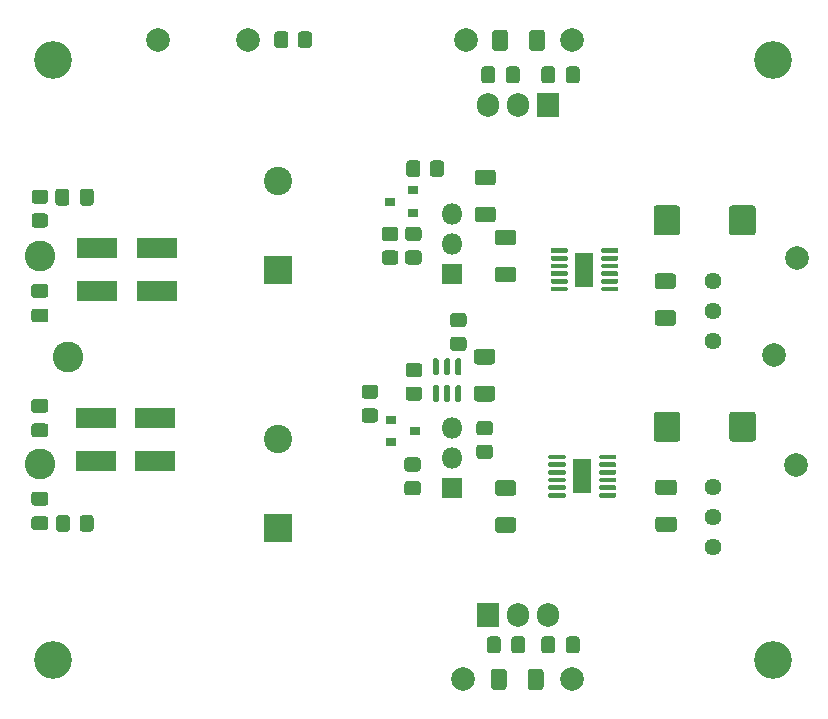
<source format=gbr>
G04 #@! TF.GenerationSoftware,KiCad,Pcbnew,(5.1.10-0-10_14)*
G04 #@! TF.CreationDate,2021-09-22T20:47:48+02:00*
G04 #@! TF.ProjectId,lv-lownoise-psu,6c762d6c-6f77-46e6-9f69-73652d707375,rev?*
G04 #@! TF.SameCoordinates,Original*
G04 #@! TF.FileFunction,Soldermask,Top*
G04 #@! TF.FilePolarity,Negative*
%FSLAX46Y46*%
G04 Gerber Fmt 4.6, Leading zero omitted, Abs format (unit mm)*
G04 Created by KiCad (PCBNEW (5.1.10-0-10_14)) date 2021-09-22 20:47:48*
%MOMM*%
%LPD*%
G01*
G04 APERTURE LIST*
%ADD10R,0.900000X0.800000*%
%ADD11O,1.800000X1.800000*%
%ADD12R,1.800000X1.800000*%
%ADD13C,2.000000*%
%ADD14O,1.905000X2.000000*%
%ADD15R,1.905000X2.000000*%
%ADD16R,3.500000X1.800000*%
%ADD17R,1.650000X2.850000*%
%ADD18C,2.400000*%
%ADD19R,2.400000X2.400000*%
%ADD20C,1.440000*%
%ADD21C,2.600000*%
%ADD22C,3.200000*%
G04 APERTURE END LIST*
D10*
X115697000Y-64452500D03*
X113697000Y-65402500D03*
X113697000Y-63502500D03*
X113570000Y-45024000D03*
X115570000Y-44074000D03*
X115570000Y-45974000D03*
G36*
G01*
X115170799Y-60677500D02*
X116070801Y-60677500D01*
G75*
G02*
X116320800Y-60927499I0J-249999D01*
G01*
X116320800Y-61627501D01*
G75*
G02*
X116070801Y-61877500I-249999J0D01*
G01*
X115170799Y-61877500D01*
G75*
G02*
X114920800Y-61627501I0J249999D01*
G01*
X114920800Y-60927499D01*
G75*
G02*
X115170799Y-60677500I249999J0D01*
G01*
G37*
G36*
G01*
X115170799Y-58677500D02*
X116070801Y-58677500D01*
G75*
G02*
X116320800Y-58927499I0J-249999D01*
G01*
X116320800Y-59627501D01*
G75*
G02*
X116070801Y-59877500I-249999J0D01*
G01*
X115170799Y-59877500D01*
G75*
G02*
X114920800Y-59627501I0J249999D01*
G01*
X114920800Y-58927499D01*
G75*
G02*
X115170799Y-58677500I249999J0D01*
G01*
G37*
G36*
G01*
X118929999Y-56454500D02*
X119830001Y-56454500D01*
G75*
G02*
X120080000Y-56704499I0J-249999D01*
G01*
X120080000Y-57404501D01*
G75*
G02*
X119830001Y-57654500I-249999J0D01*
G01*
X118929999Y-57654500D01*
G75*
G02*
X118680000Y-57404501I0J249999D01*
G01*
X118680000Y-56704499D01*
G75*
G02*
X118929999Y-56454500I249999J0D01*
G01*
G37*
G36*
G01*
X118929999Y-54454500D02*
X119830001Y-54454500D01*
G75*
G02*
X120080000Y-54704499I0J-249999D01*
G01*
X120080000Y-55404501D01*
G75*
G02*
X119830001Y-55654500I-249999J0D01*
G01*
X118929999Y-55654500D01*
G75*
G02*
X118680000Y-55404501I0J249999D01*
G01*
X118680000Y-54704499D01*
G75*
G02*
X118929999Y-54454500I249999J0D01*
G01*
G37*
G36*
G01*
X119255000Y-60565000D02*
X119505000Y-60565000D01*
G75*
G02*
X119630000Y-60690000I0J-125000D01*
G01*
X119630000Y-61865000D01*
G75*
G02*
X119505000Y-61990000I-125000J0D01*
G01*
X119255000Y-61990000D01*
G75*
G02*
X119130000Y-61865000I0J125000D01*
G01*
X119130000Y-60690000D01*
G75*
G02*
X119255000Y-60565000I125000J0D01*
G01*
G37*
G36*
G01*
X118305000Y-60565000D02*
X118555000Y-60565000D01*
G75*
G02*
X118680000Y-60690000I0J-125000D01*
G01*
X118680000Y-61865000D01*
G75*
G02*
X118555000Y-61990000I-125000J0D01*
G01*
X118305000Y-61990000D01*
G75*
G02*
X118180000Y-61865000I0J125000D01*
G01*
X118180000Y-60690000D01*
G75*
G02*
X118305000Y-60565000I125000J0D01*
G01*
G37*
G36*
G01*
X117355000Y-60565000D02*
X117605000Y-60565000D01*
G75*
G02*
X117730000Y-60690000I0J-125000D01*
G01*
X117730000Y-61865000D01*
G75*
G02*
X117605000Y-61990000I-125000J0D01*
G01*
X117355000Y-61990000D01*
G75*
G02*
X117230000Y-61865000I0J125000D01*
G01*
X117230000Y-60690000D01*
G75*
G02*
X117355000Y-60565000I125000J0D01*
G01*
G37*
G36*
G01*
X117355000Y-58290000D02*
X117605000Y-58290000D01*
G75*
G02*
X117730000Y-58415000I0J-125000D01*
G01*
X117730000Y-59590000D01*
G75*
G02*
X117605000Y-59715000I-125000J0D01*
G01*
X117355000Y-59715000D01*
G75*
G02*
X117230000Y-59590000I0J125000D01*
G01*
X117230000Y-58415000D01*
G75*
G02*
X117355000Y-58290000I125000J0D01*
G01*
G37*
G36*
G01*
X118305000Y-58290000D02*
X118555000Y-58290000D01*
G75*
G02*
X118680000Y-58415000I0J-125000D01*
G01*
X118680000Y-59590000D01*
G75*
G02*
X118555000Y-59715000I-125000J0D01*
G01*
X118305000Y-59715000D01*
G75*
G02*
X118180000Y-59590000I0J125000D01*
G01*
X118180000Y-58415000D01*
G75*
G02*
X118305000Y-58290000I125000J0D01*
G01*
G37*
G36*
G01*
X119255000Y-58290000D02*
X119505000Y-58290000D01*
G75*
G02*
X119630000Y-58415000I0J-125000D01*
G01*
X119630000Y-59590000D01*
G75*
G02*
X119505000Y-59715000I-125000J0D01*
G01*
X119255000Y-59715000D01*
G75*
G02*
X119130000Y-59590000I0J125000D01*
G01*
X119130000Y-58415000D01*
G75*
G02*
X119255000Y-58290000I125000J0D01*
G01*
G37*
G36*
G01*
X120952499Y-60615000D02*
X122252501Y-60615000D01*
G75*
G02*
X122502500Y-60864999I0J-249999D01*
G01*
X122502500Y-61690001D01*
G75*
G02*
X122252501Y-61940000I-249999J0D01*
G01*
X120952499Y-61940000D01*
G75*
G02*
X120702500Y-61690001I0J249999D01*
G01*
X120702500Y-60864999D01*
G75*
G02*
X120952499Y-60615000I249999J0D01*
G01*
G37*
G36*
G01*
X120952499Y-57490000D02*
X122252501Y-57490000D01*
G75*
G02*
X122502500Y-57739999I0J-249999D01*
G01*
X122502500Y-58565001D01*
G75*
G02*
X122252501Y-58815000I-249999J0D01*
G01*
X120952499Y-58815000D01*
G75*
G02*
X120702500Y-58565001I0J249999D01*
G01*
X120702500Y-57739999D01*
G75*
G02*
X120952499Y-57490000I249999J0D01*
G01*
G37*
G36*
G01*
X115056499Y-68678500D02*
X115956501Y-68678500D01*
G75*
G02*
X116206500Y-68928499I0J-249999D01*
G01*
X116206500Y-69628501D01*
G75*
G02*
X115956501Y-69878500I-249999J0D01*
G01*
X115056499Y-69878500D01*
G75*
G02*
X114806500Y-69628501I0J249999D01*
G01*
X114806500Y-68928499D01*
G75*
G02*
X115056499Y-68678500I249999J0D01*
G01*
G37*
G36*
G01*
X115056499Y-66678500D02*
X115956501Y-66678500D01*
G75*
G02*
X116206500Y-66928499I0J-249999D01*
G01*
X116206500Y-67628501D01*
G75*
G02*
X115956501Y-67878500I-249999J0D01*
G01*
X115056499Y-67878500D01*
G75*
G02*
X114806500Y-67628501I0J249999D01*
G01*
X114806500Y-66928499D01*
G75*
G02*
X115056499Y-66678500I249999J0D01*
G01*
G37*
G36*
G01*
X111436999Y-62519000D02*
X112337001Y-62519000D01*
G75*
G02*
X112587000Y-62768999I0J-249999D01*
G01*
X112587000Y-63469001D01*
G75*
G02*
X112337001Y-63719000I-249999J0D01*
G01*
X111436999Y-63719000D01*
G75*
G02*
X111187000Y-63469001I0J249999D01*
G01*
X111187000Y-62768999D01*
G75*
G02*
X111436999Y-62519000I249999J0D01*
G01*
G37*
G36*
G01*
X111436999Y-60519000D02*
X112337001Y-60519000D01*
G75*
G02*
X112587000Y-60768999I0J-249999D01*
G01*
X112587000Y-61469001D01*
G75*
G02*
X112337001Y-61719000I-249999J0D01*
G01*
X111436999Y-61719000D01*
G75*
G02*
X111187000Y-61469001I0J249999D01*
G01*
X111187000Y-60768999D01*
G75*
G02*
X111436999Y-60519000I249999J0D01*
G01*
G37*
G36*
G01*
X121152499Y-65598500D02*
X122052501Y-65598500D01*
G75*
G02*
X122302500Y-65848499I0J-249999D01*
G01*
X122302500Y-66548501D01*
G75*
G02*
X122052501Y-66798500I-249999J0D01*
G01*
X121152499Y-66798500D01*
G75*
G02*
X120902500Y-66548501I0J249999D01*
G01*
X120902500Y-65848499D01*
G75*
G02*
X121152499Y-65598500I249999J0D01*
G01*
G37*
G36*
G01*
X121152499Y-63598500D02*
X122052501Y-63598500D01*
G75*
G02*
X122302500Y-63848499I0J-249999D01*
G01*
X122302500Y-64548501D01*
G75*
G02*
X122052501Y-64798500I-249999J0D01*
G01*
X121152499Y-64798500D01*
G75*
G02*
X120902500Y-64548501I0J249999D01*
G01*
X120902500Y-63848499D01*
G75*
G02*
X121152499Y-63598500I249999J0D01*
G01*
G37*
G36*
G01*
X116970000Y-42677501D02*
X116970000Y-41777499D01*
G75*
G02*
X117219999Y-41527500I249999J0D01*
G01*
X117920001Y-41527500D01*
G75*
G02*
X118170000Y-41777499I0J-249999D01*
G01*
X118170000Y-42677501D01*
G75*
G02*
X117920001Y-42927500I-249999J0D01*
G01*
X117219999Y-42927500D01*
G75*
G02*
X116970000Y-42677501I0J249999D01*
G01*
G37*
G36*
G01*
X114970000Y-42677501D02*
X114970000Y-41777499D01*
G75*
G02*
X115219999Y-41527500I249999J0D01*
G01*
X115920001Y-41527500D01*
G75*
G02*
X116170000Y-41777499I0J-249999D01*
G01*
X116170000Y-42677501D01*
G75*
G02*
X115920001Y-42927500I-249999J0D01*
G01*
X115219999Y-42927500D01*
G75*
G02*
X114970000Y-42677501I0J249999D01*
G01*
G37*
G36*
G01*
X114051501Y-48352000D02*
X113151499Y-48352000D01*
G75*
G02*
X112901500Y-48102001I0J249999D01*
G01*
X112901500Y-47401999D01*
G75*
G02*
X113151499Y-47152000I249999J0D01*
G01*
X114051501Y-47152000D01*
G75*
G02*
X114301500Y-47401999I0J-249999D01*
G01*
X114301500Y-48102001D01*
G75*
G02*
X114051501Y-48352000I-249999J0D01*
G01*
G37*
G36*
G01*
X114051501Y-50352000D02*
X113151499Y-50352000D01*
G75*
G02*
X112901500Y-50102001I0J249999D01*
G01*
X112901500Y-49401999D01*
G75*
G02*
X113151499Y-49152000I249999J0D01*
G01*
X114051501Y-49152000D01*
G75*
G02*
X114301500Y-49401999I0J-249999D01*
G01*
X114301500Y-50102001D01*
G75*
G02*
X114051501Y-50352000I-249999J0D01*
G01*
G37*
G36*
G01*
X116020001Y-48352000D02*
X115119999Y-48352000D01*
G75*
G02*
X114870000Y-48102001I0J249999D01*
G01*
X114870000Y-47401999D01*
G75*
G02*
X115119999Y-47152000I249999J0D01*
G01*
X116020001Y-47152000D01*
G75*
G02*
X116270000Y-47401999I0J-249999D01*
G01*
X116270000Y-48102001D01*
G75*
G02*
X116020001Y-48352000I-249999J0D01*
G01*
G37*
G36*
G01*
X116020001Y-50352000D02*
X115119999Y-50352000D01*
G75*
G02*
X114870000Y-50102001I0J249999D01*
G01*
X114870000Y-49401999D01*
G75*
G02*
X115119999Y-49152000I249999J0D01*
G01*
X116020001Y-49152000D01*
G75*
G02*
X116270000Y-49401999I0J-249999D01*
G01*
X116270000Y-50102001D01*
G75*
G02*
X116020001Y-50352000I-249999J0D01*
G01*
G37*
D11*
X118872000Y-46101000D03*
X118872000Y-48641000D03*
D12*
X118872000Y-51181000D03*
G36*
G01*
X122316001Y-43638500D02*
X121015999Y-43638500D01*
G75*
G02*
X120766000Y-43388501I0J249999D01*
G01*
X120766000Y-42563499D01*
G75*
G02*
X121015999Y-42313500I249999J0D01*
G01*
X122316001Y-42313500D01*
G75*
G02*
X122566000Y-42563499I0J-249999D01*
G01*
X122566000Y-43388501D01*
G75*
G02*
X122316001Y-43638500I-249999J0D01*
G01*
G37*
G36*
G01*
X122316001Y-46763500D02*
X121015999Y-46763500D01*
G75*
G02*
X120766000Y-46513501I0J249999D01*
G01*
X120766000Y-45688499D01*
G75*
G02*
X121015999Y-45438500I249999J0D01*
G01*
X122316001Y-45438500D01*
G75*
G02*
X122566000Y-45688499I0J-249999D01*
G01*
X122566000Y-46513501D01*
G75*
G02*
X122316001Y-46763500I-249999J0D01*
G01*
G37*
D13*
X119761000Y-85471000D03*
X129032000Y-85471000D03*
X128968500Y-31369000D03*
X120015000Y-31369000D03*
X93916500Y-31305500D03*
X101536500Y-31305500D03*
X147955000Y-67310000D03*
X146113500Y-58039000D03*
X148018500Y-49784000D03*
G36*
G01*
X123471500Y-84820998D02*
X123471500Y-86121002D01*
G75*
G02*
X123221502Y-86371000I-249998J0D01*
G01*
X122396498Y-86371000D01*
G75*
G02*
X122146500Y-86121002I0J249998D01*
G01*
X122146500Y-84820998D01*
G75*
G02*
X122396498Y-84571000I249998J0D01*
G01*
X123221502Y-84571000D01*
G75*
G02*
X123471500Y-84820998I0J-249998D01*
G01*
G37*
G36*
G01*
X126596500Y-84820998D02*
X126596500Y-86121002D01*
G75*
G02*
X126346502Y-86371000I-249998J0D01*
G01*
X125521498Y-86371000D01*
G75*
G02*
X125271500Y-86121002I0J249998D01*
G01*
X125271500Y-84820998D01*
G75*
G02*
X125521498Y-84571000I249998J0D01*
G01*
X126346502Y-84571000D01*
G75*
G02*
X126596500Y-84820998I0J-249998D01*
G01*
G37*
G36*
G01*
X125385000Y-32019002D02*
X125385000Y-30718998D01*
G75*
G02*
X125634998Y-30469000I249998J0D01*
G01*
X126460002Y-30469000D01*
G75*
G02*
X126710000Y-30718998I0J-249998D01*
G01*
X126710000Y-32019002D01*
G75*
G02*
X126460002Y-32269000I-249998J0D01*
G01*
X125634998Y-32269000D01*
G75*
G02*
X125385000Y-32019002I0J249998D01*
G01*
G37*
G36*
G01*
X122260000Y-32019002D02*
X122260000Y-30718998D01*
G75*
G02*
X122509998Y-30469000I249998J0D01*
G01*
X123335002Y-30469000D01*
G75*
G02*
X123585000Y-30718998I0J-249998D01*
G01*
X123585000Y-32019002D01*
G75*
G02*
X123335002Y-32269000I-249998J0D01*
G01*
X122509998Y-32269000D01*
G75*
G02*
X122260000Y-32019002I0J249998D01*
G01*
G37*
G36*
G01*
X123407500Y-34765000D02*
X123407500Y-33815000D01*
G75*
G02*
X123657500Y-33565000I250000J0D01*
G01*
X124332500Y-33565000D01*
G75*
G02*
X124582500Y-33815000I0J-250000D01*
G01*
X124582500Y-34765000D01*
G75*
G02*
X124332500Y-35015000I-250000J0D01*
G01*
X123657500Y-35015000D01*
G75*
G02*
X123407500Y-34765000I0J250000D01*
G01*
G37*
G36*
G01*
X121332500Y-34765000D02*
X121332500Y-33815000D01*
G75*
G02*
X121582500Y-33565000I250000J0D01*
G01*
X122257500Y-33565000D01*
G75*
G02*
X122507500Y-33815000I0J-250000D01*
G01*
X122507500Y-34765000D01*
G75*
G02*
X122257500Y-35015000I-250000J0D01*
G01*
X121582500Y-35015000D01*
G75*
G02*
X121332500Y-34765000I0J250000D01*
G01*
G37*
G36*
G01*
X83496999Y-46009000D02*
X84397001Y-46009000D01*
G75*
G02*
X84647000Y-46258999I0J-249999D01*
G01*
X84647000Y-46959001D01*
G75*
G02*
X84397001Y-47209000I-249999J0D01*
G01*
X83496999Y-47209000D01*
G75*
G02*
X83247000Y-46959001I0J249999D01*
G01*
X83247000Y-46258999D01*
G75*
G02*
X83496999Y-46009000I249999J0D01*
G01*
G37*
G36*
G01*
X83496999Y-44009000D02*
X84397001Y-44009000D01*
G75*
G02*
X84647000Y-44258999I0J-249999D01*
G01*
X84647000Y-44959001D01*
G75*
G02*
X84397001Y-45209000I-249999J0D01*
G01*
X83496999Y-45209000D01*
G75*
G02*
X83247000Y-44959001I0J249999D01*
G01*
X83247000Y-44258999D01*
G75*
G02*
X83496999Y-44009000I249999J0D01*
G01*
G37*
G36*
G01*
X87315500Y-72713001D02*
X87315500Y-71812999D01*
G75*
G02*
X87565499Y-71563000I249999J0D01*
G01*
X88265501Y-71563000D01*
G75*
G02*
X88515500Y-71812999I0J-249999D01*
G01*
X88515500Y-72713001D01*
G75*
G02*
X88265501Y-72963000I-249999J0D01*
G01*
X87565499Y-72963000D01*
G75*
G02*
X87315500Y-72713001I0J249999D01*
G01*
G37*
G36*
G01*
X85315500Y-72713001D02*
X85315500Y-71812999D01*
G75*
G02*
X85565499Y-71563000I249999J0D01*
G01*
X86265501Y-71563000D01*
G75*
G02*
X86515500Y-71812999I0J-249999D01*
G01*
X86515500Y-72713001D01*
G75*
G02*
X86265501Y-72963000I-249999J0D01*
G01*
X85565499Y-72963000D01*
G75*
G02*
X85315500Y-72713001I0J249999D01*
G01*
G37*
D11*
X118808500Y-64198500D03*
X118808500Y-66738500D03*
D12*
X118808500Y-69278500D03*
G36*
G01*
X137619502Y-69877500D02*
X136319498Y-69877500D01*
G75*
G02*
X136069500Y-69627502I0J249998D01*
G01*
X136069500Y-68802498D01*
G75*
G02*
X136319498Y-68552500I249998J0D01*
G01*
X137619502Y-68552500D01*
G75*
G02*
X137869500Y-68802498I0J-249998D01*
G01*
X137869500Y-69627502D01*
G75*
G02*
X137619502Y-69877500I-249998J0D01*
G01*
G37*
G36*
G01*
X137619502Y-73002500D02*
X136319498Y-73002500D01*
G75*
G02*
X136069500Y-72752502I0J249998D01*
G01*
X136069500Y-71927498D01*
G75*
G02*
X136319498Y-71677500I249998J0D01*
G01*
X137619502Y-71677500D01*
G75*
G02*
X137869500Y-71927498I0J-249998D01*
G01*
X137869500Y-72752502D01*
G75*
G02*
X137619502Y-73002500I-249998J0D01*
G01*
G37*
G36*
G01*
X136255998Y-54215000D02*
X137556002Y-54215000D01*
G75*
G02*
X137806000Y-54464998I0J-249998D01*
G01*
X137806000Y-55290002D01*
G75*
G02*
X137556002Y-55540000I-249998J0D01*
G01*
X136255998Y-55540000D01*
G75*
G02*
X136006000Y-55290002I0J249998D01*
G01*
X136006000Y-54464998D01*
G75*
G02*
X136255998Y-54215000I249998J0D01*
G01*
G37*
G36*
G01*
X136255998Y-51090000D02*
X137556002Y-51090000D01*
G75*
G02*
X137806000Y-51339998I0J-249998D01*
G01*
X137806000Y-52165002D01*
G75*
G02*
X137556002Y-52415000I-249998J0D01*
G01*
X136255998Y-52415000D01*
G75*
G02*
X136006000Y-52165002I0J249998D01*
G01*
X136006000Y-51339998D01*
G75*
G02*
X136255998Y-51090000I249998J0D01*
G01*
G37*
G36*
G01*
X124030502Y-69927500D02*
X122730498Y-69927500D01*
G75*
G02*
X122480500Y-69677502I0J249998D01*
G01*
X122480500Y-68852498D01*
G75*
G02*
X122730498Y-68602500I249998J0D01*
G01*
X124030502Y-68602500D01*
G75*
G02*
X124280500Y-68852498I0J-249998D01*
G01*
X124280500Y-69677502D01*
G75*
G02*
X124030502Y-69927500I-249998J0D01*
G01*
G37*
G36*
G01*
X124030502Y-73052500D02*
X122730498Y-73052500D01*
G75*
G02*
X122480500Y-72802502I0J249998D01*
G01*
X122480500Y-71977498D01*
G75*
G02*
X122730498Y-71727500I249998J0D01*
G01*
X124030502Y-71727500D01*
G75*
G02*
X124280500Y-71977498I0J-249998D01*
G01*
X124280500Y-72802502D01*
G75*
G02*
X124030502Y-73052500I-249998J0D01*
G01*
G37*
G36*
G01*
X124030502Y-48718500D02*
X122730498Y-48718500D01*
G75*
G02*
X122480500Y-48468502I0J249998D01*
G01*
X122480500Y-47643498D01*
G75*
G02*
X122730498Y-47393500I249998J0D01*
G01*
X124030502Y-47393500D01*
G75*
G02*
X124280500Y-47643498I0J-249998D01*
G01*
X124280500Y-48468502D01*
G75*
G02*
X124030502Y-48718500I-249998J0D01*
G01*
G37*
G36*
G01*
X124030502Y-51843500D02*
X122730498Y-51843500D01*
G75*
G02*
X122480500Y-51593502I0J249998D01*
G01*
X122480500Y-50768498D01*
G75*
G02*
X122730498Y-50518500I249998J0D01*
G01*
X124030502Y-50518500D01*
G75*
G02*
X124280500Y-50768498I0J-249998D01*
G01*
X124280500Y-51593502D01*
G75*
G02*
X124030502Y-51843500I-249998J0D01*
G01*
G37*
G36*
G01*
X86439500Y-44165500D02*
X86439500Y-45115500D01*
G75*
G02*
X86189500Y-45365500I-250000J0D01*
G01*
X85514500Y-45365500D01*
G75*
G02*
X85264500Y-45115500I0J250000D01*
G01*
X85264500Y-44165500D01*
G75*
G02*
X85514500Y-43915500I250000J0D01*
G01*
X86189500Y-43915500D01*
G75*
G02*
X86439500Y-44165500I0J-250000D01*
G01*
G37*
G36*
G01*
X88514500Y-44165500D02*
X88514500Y-45115500D01*
G75*
G02*
X88264500Y-45365500I-250000J0D01*
G01*
X87589500Y-45365500D01*
G75*
G02*
X87339500Y-45115500I0J250000D01*
G01*
X87339500Y-44165500D01*
G75*
G02*
X87589500Y-43915500I250000J0D01*
G01*
X88264500Y-43915500D01*
G75*
G02*
X88514500Y-44165500I0J-250000D01*
G01*
G37*
G36*
G01*
X83472000Y-71655000D02*
X84422000Y-71655000D01*
G75*
G02*
X84672000Y-71905000I0J-250000D01*
G01*
X84672000Y-72580000D01*
G75*
G02*
X84422000Y-72830000I-250000J0D01*
G01*
X83472000Y-72830000D01*
G75*
G02*
X83222000Y-72580000I0J250000D01*
G01*
X83222000Y-71905000D01*
G75*
G02*
X83472000Y-71655000I250000J0D01*
G01*
G37*
G36*
G01*
X83472000Y-69580000D02*
X84422000Y-69580000D01*
G75*
G02*
X84672000Y-69830000I0J-250000D01*
G01*
X84672000Y-70505000D01*
G75*
G02*
X84422000Y-70755000I-250000J0D01*
G01*
X83472000Y-70755000D01*
G75*
G02*
X83222000Y-70505000I0J250000D01*
G01*
X83222000Y-69830000D01*
G75*
G02*
X83472000Y-69580000I250000J0D01*
G01*
G37*
G36*
G01*
X84422000Y-53165500D02*
X83472000Y-53165500D01*
G75*
G02*
X83222000Y-52915500I0J250000D01*
G01*
X83222000Y-52240500D01*
G75*
G02*
X83472000Y-51990500I250000J0D01*
G01*
X84422000Y-51990500D01*
G75*
G02*
X84672000Y-52240500I0J-250000D01*
G01*
X84672000Y-52915500D01*
G75*
G02*
X84422000Y-53165500I-250000J0D01*
G01*
G37*
G36*
G01*
X84422000Y-55240500D02*
X83472000Y-55240500D01*
G75*
G02*
X83222000Y-54990500I0J250000D01*
G01*
X83222000Y-54315500D01*
G75*
G02*
X83472000Y-54065500I250000J0D01*
G01*
X84422000Y-54065500D01*
G75*
G02*
X84672000Y-54315500I0J-250000D01*
G01*
X84672000Y-54990500D01*
G75*
G02*
X84422000Y-55240500I-250000J0D01*
G01*
G37*
G36*
G01*
X84422000Y-62901500D02*
X83472000Y-62901500D01*
G75*
G02*
X83222000Y-62651500I0J250000D01*
G01*
X83222000Y-61976500D01*
G75*
G02*
X83472000Y-61726500I250000J0D01*
G01*
X84422000Y-61726500D01*
G75*
G02*
X84672000Y-61976500I0J-250000D01*
G01*
X84672000Y-62651500D01*
G75*
G02*
X84422000Y-62901500I-250000J0D01*
G01*
G37*
G36*
G01*
X84422000Y-64976500D02*
X83472000Y-64976500D01*
G75*
G02*
X83222000Y-64726500I0J250000D01*
G01*
X83222000Y-64051500D01*
G75*
G02*
X83472000Y-63801500I250000J0D01*
G01*
X84422000Y-63801500D01*
G75*
G02*
X84672000Y-64051500I0J-250000D01*
G01*
X84672000Y-64726500D01*
G75*
G02*
X84422000Y-64976500I-250000J0D01*
G01*
G37*
G36*
G01*
X138171500Y-63046499D02*
X138171500Y-65096501D01*
G75*
G02*
X137921501Y-65346500I-249999J0D01*
G01*
X136171499Y-65346500D01*
G75*
G02*
X135921500Y-65096501I0J249999D01*
G01*
X135921500Y-63046499D01*
G75*
G02*
X136171499Y-62796500I249999J0D01*
G01*
X137921501Y-62796500D01*
G75*
G02*
X138171500Y-63046499I0J-249999D01*
G01*
G37*
G36*
G01*
X144571500Y-63046499D02*
X144571500Y-65096501D01*
G75*
G02*
X144321501Y-65346500I-249999J0D01*
G01*
X142571499Y-65346500D01*
G75*
G02*
X142321500Y-65096501I0J249999D01*
G01*
X142321500Y-63046499D01*
G75*
G02*
X142571499Y-62796500I249999J0D01*
G01*
X144321501Y-62796500D01*
G75*
G02*
X144571500Y-63046499I0J-249999D01*
G01*
G37*
G36*
G01*
X142308000Y-47634001D02*
X142308000Y-45583999D01*
G75*
G02*
X142557999Y-45334000I249999J0D01*
G01*
X144308001Y-45334000D01*
G75*
G02*
X144558000Y-45583999I0J-249999D01*
G01*
X144558000Y-47634001D01*
G75*
G02*
X144308001Y-47884000I-249999J0D01*
G01*
X142557999Y-47884000D01*
G75*
G02*
X142308000Y-47634001I0J249999D01*
G01*
G37*
G36*
G01*
X135908000Y-47634001D02*
X135908000Y-45583999D01*
G75*
G02*
X136157999Y-45334000I249999J0D01*
G01*
X137908001Y-45334000D01*
G75*
G02*
X138158000Y-45583999I0J-249999D01*
G01*
X138158000Y-47634001D01*
G75*
G02*
X137908001Y-47884000I-249999J0D01*
G01*
X136157999Y-47884000D01*
G75*
G02*
X135908000Y-47634001I0J249999D01*
G01*
G37*
D14*
X127000000Y-80010000D03*
X124460000Y-80010000D03*
D15*
X121920000Y-80010000D03*
D14*
X121920000Y-36830000D03*
X124460000Y-36830000D03*
D15*
X127000000Y-36830000D03*
D16*
X88827600Y-52578000D03*
X93827600Y-52578000D03*
X88827600Y-48971200D03*
X93827600Y-48971200D03*
X93726000Y-63296800D03*
X88726000Y-63296800D03*
X93726000Y-66954400D03*
X88726000Y-66954400D03*
D17*
X129886600Y-68261900D03*
G36*
G01*
X131311600Y-66736900D02*
X131311600Y-66536900D01*
G75*
G02*
X131411600Y-66436900I100000J0D01*
G01*
X132661600Y-66436900D01*
G75*
G02*
X132761600Y-66536900I0J-100000D01*
G01*
X132761600Y-66736900D01*
G75*
G02*
X132661600Y-66836900I-100000J0D01*
G01*
X131411600Y-66836900D01*
G75*
G02*
X131311600Y-66736900I0J100000D01*
G01*
G37*
G36*
G01*
X131311600Y-67386900D02*
X131311600Y-67186900D01*
G75*
G02*
X131411600Y-67086900I100000J0D01*
G01*
X132661600Y-67086900D01*
G75*
G02*
X132761600Y-67186900I0J-100000D01*
G01*
X132761600Y-67386900D01*
G75*
G02*
X132661600Y-67486900I-100000J0D01*
G01*
X131411600Y-67486900D01*
G75*
G02*
X131311600Y-67386900I0J100000D01*
G01*
G37*
G36*
G01*
X131311600Y-68036900D02*
X131311600Y-67836900D01*
G75*
G02*
X131411600Y-67736900I100000J0D01*
G01*
X132661600Y-67736900D01*
G75*
G02*
X132761600Y-67836900I0J-100000D01*
G01*
X132761600Y-68036900D01*
G75*
G02*
X132661600Y-68136900I-100000J0D01*
G01*
X131411600Y-68136900D01*
G75*
G02*
X131311600Y-68036900I0J100000D01*
G01*
G37*
G36*
G01*
X131311600Y-68686900D02*
X131311600Y-68486900D01*
G75*
G02*
X131411600Y-68386900I100000J0D01*
G01*
X132661600Y-68386900D01*
G75*
G02*
X132761600Y-68486900I0J-100000D01*
G01*
X132761600Y-68686900D01*
G75*
G02*
X132661600Y-68786900I-100000J0D01*
G01*
X131411600Y-68786900D01*
G75*
G02*
X131311600Y-68686900I0J100000D01*
G01*
G37*
G36*
G01*
X131311600Y-69336900D02*
X131311600Y-69136900D01*
G75*
G02*
X131411600Y-69036900I100000J0D01*
G01*
X132661600Y-69036900D01*
G75*
G02*
X132761600Y-69136900I0J-100000D01*
G01*
X132761600Y-69336900D01*
G75*
G02*
X132661600Y-69436900I-100000J0D01*
G01*
X131411600Y-69436900D01*
G75*
G02*
X131311600Y-69336900I0J100000D01*
G01*
G37*
G36*
G01*
X131311600Y-69986900D02*
X131311600Y-69786900D01*
G75*
G02*
X131411600Y-69686900I100000J0D01*
G01*
X132661600Y-69686900D01*
G75*
G02*
X132761600Y-69786900I0J-100000D01*
G01*
X132761600Y-69986900D01*
G75*
G02*
X132661600Y-70086900I-100000J0D01*
G01*
X131411600Y-70086900D01*
G75*
G02*
X131311600Y-69986900I0J100000D01*
G01*
G37*
G36*
G01*
X127011600Y-69986900D02*
X127011600Y-69786900D01*
G75*
G02*
X127111600Y-69686900I100000J0D01*
G01*
X128361600Y-69686900D01*
G75*
G02*
X128461600Y-69786900I0J-100000D01*
G01*
X128461600Y-69986900D01*
G75*
G02*
X128361600Y-70086900I-100000J0D01*
G01*
X127111600Y-70086900D01*
G75*
G02*
X127011600Y-69986900I0J100000D01*
G01*
G37*
G36*
G01*
X127011600Y-69336900D02*
X127011600Y-69136900D01*
G75*
G02*
X127111600Y-69036900I100000J0D01*
G01*
X128361600Y-69036900D01*
G75*
G02*
X128461600Y-69136900I0J-100000D01*
G01*
X128461600Y-69336900D01*
G75*
G02*
X128361600Y-69436900I-100000J0D01*
G01*
X127111600Y-69436900D01*
G75*
G02*
X127011600Y-69336900I0J100000D01*
G01*
G37*
G36*
G01*
X127011600Y-68686900D02*
X127011600Y-68486900D01*
G75*
G02*
X127111600Y-68386900I100000J0D01*
G01*
X128361600Y-68386900D01*
G75*
G02*
X128461600Y-68486900I0J-100000D01*
G01*
X128461600Y-68686900D01*
G75*
G02*
X128361600Y-68786900I-100000J0D01*
G01*
X127111600Y-68786900D01*
G75*
G02*
X127011600Y-68686900I0J100000D01*
G01*
G37*
G36*
G01*
X127011600Y-68036900D02*
X127011600Y-67836900D01*
G75*
G02*
X127111600Y-67736900I100000J0D01*
G01*
X128361600Y-67736900D01*
G75*
G02*
X128461600Y-67836900I0J-100000D01*
G01*
X128461600Y-68036900D01*
G75*
G02*
X128361600Y-68136900I-100000J0D01*
G01*
X127111600Y-68136900D01*
G75*
G02*
X127011600Y-68036900I0J100000D01*
G01*
G37*
G36*
G01*
X127011600Y-67386900D02*
X127011600Y-67186900D01*
G75*
G02*
X127111600Y-67086900I100000J0D01*
G01*
X128361600Y-67086900D01*
G75*
G02*
X128461600Y-67186900I0J-100000D01*
G01*
X128461600Y-67386900D01*
G75*
G02*
X128361600Y-67486900I-100000J0D01*
G01*
X127111600Y-67486900D01*
G75*
G02*
X127011600Y-67386900I0J100000D01*
G01*
G37*
G36*
G01*
X127011600Y-66736900D02*
X127011600Y-66536900D01*
G75*
G02*
X127111600Y-66436900I100000J0D01*
G01*
X128361600Y-66436900D01*
G75*
G02*
X128461600Y-66536900I0J-100000D01*
G01*
X128461600Y-66736900D01*
G75*
G02*
X128361600Y-66836900I-100000J0D01*
G01*
X127111600Y-66836900D01*
G75*
G02*
X127011600Y-66736900I0J100000D01*
G01*
G37*
D18*
X104140000Y-65151000D03*
D19*
X104140000Y-72651000D03*
D18*
X104140000Y-43300000D03*
D19*
X104140000Y-50800000D03*
G36*
G01*
X105794000Y-31755501D02*
X105794000Y-30855499D01*
G75*
G02*
X106043999Y-30605500I249999J0D01*
G01*
X106744001Y-30605500D01*
G75*
G02*
X106994000Y-30855499I0J-249999D01*
G01*
X106994000Y-31755501D01*
G75*
G02*
X106744001Y-32005500I-249999J0D01*
G01*
X106043999Y-32005500D01*
G75*
G02*
X105794000Y-31755501I0J249999D01*
G01*
G37*
G36*
G01*
X103794000Y-31755501D02*
X103794000Y-30855499D01*
G75*
G02*
X104043999Y-30605500I249999J0D01*
G01*
X104744001Y-30605500D01*
G75*
G02*
X104994000Y-30855499I0J-249999D01*
G01*
X104994000Y-31755501D01*
G75*
G02*
X104744001Y-32005500I-249999J0D01*
G01*
X104043999Y-32005500D01*
G75*
G02*
X103794000Y-31755501I0J249999D01*
G01*
G37*
G36*
G01*
X127587500Y-82075000D02*
X127587500Y-83025000D01*
G75*
G02*
X127337500Y-83275000I-250000J0D01*
G01*
X126662500Y-83275000D01*
G75*
G02*
X126412500Y-83025000I0J250000D01*
G01*
X126412500Y-82075000D01*
G75*
G02*
X126662500Y-81825000I250000J0D01*
G01*
X127337500Y-81825000D01*
G75*
G02*
X127587500Y-82075000I0J-250000D01*
G01*
G37*
G36*
G01*
X129662500Y-82075000D02*
X129662500Y-83025000D01*
G75*
G02*
X129412500Y-83275000I-250000J0D01*
G01*
X128737500Y-83275000D01*
G75*
G02*
X128487500Y-83025000I0J250000D01*
G01*
X128487500Y-82075000D01*
G75*
G02*
X128737500Y-81825000I250000J0D01*
G01*
X129412500Y-81825000D01*
G75*
G02*
X129662500Y-82075000I0J-250000D01*
G01*
G37*
G36*
G01*
X123872500Y-83025000D02*
X123872500Y-82075000D01*
G75*
G02*
X124122500Y-81825000I250000J0D01*
G01*
X124797500Y-81825000D01*
G75*
G02*
X125047500Y-82075000I0J-250000D01*
G01*
X125047500Y-83025000D01*
G75*
G02*
X124797500Y-83275000I-250000J0D01*
G01*
X124122500Y-83275000D01*
G75*
G02*
X123872500Y-83025000I0J250000D01*
G01*
G37*
G36*
G01*
X121797500Y-83025000D02*
X121797500Y-82075000D01*
G75*
G02*
X122047500Y-81825000I250000J0D01*
G01*
X122722500Y-81825000D01*
G75*
G02*
X122972500Y-82075000I0J-250000D01*
G01*
X122972500Y-83025000D01*
G75*
G02*
X122722500Y-83275000I-250000J0D01*
G01*
X122047500Y-83275000D01*
G75*
G02*
X121797500Y-83025000I0J250000D01*
G01*
G37*
G36*
G01*
X128487500Y-34765000D02*
X128487500Y-33815000D01*
G75*
G02*
X128737500Y-33565000I250000J0D01*
G01*
X129412500Y-33565000D01*
G75*
G02*
X129662500Y-33815000I0J-250000D01*
G01*
X129662500Y-34765000D01*
G75*
G02*
X129412500Y-35015000I-250000J0D01*
G01*
X128737500Y-35015000D01*
G75*
G02*
X128487500Y-34765000I0J250000D01*
G01*
G37*
G36*
G01*
X126412500Y-34765000D02*
X126412500Y-33815000D01*
G75*
G02*
X126662500Y-33565000I250000J0D01*
G01*
X127337500Y-33565000D01*
G75*
G02*
X127587500Y-33815000I0J-250000D01*
G01*
X127587500Y-34765000D01*
G75*
G02*
X127337500Y-35015000I-250000J0D01*
G01*
X126662500Y-35015000D01*
G75*
G02*
X126412500Y-34765000I0J250000D01*
G01*
G37*
D20*
X140970000Y-74295000D03*
X140970000Y-71755000D03*
X140970000Y-69215000D03*
D17*
X130064400Y-50787900D03*
G36*
G01*
X131489400Y-49262900D02*
X131489400Y-49062900D01*
G75*
G02*
X131589400Y-48962900I100000J0D01*
G01*
X132839400Y-48962900D01*
G75*
G02*
X132939400Y-49062900I0J-100000D01*
G01*
X132939400Y-49262900D01*
G75*
G02*
X132839400Y-49362900I-100000J0D01*
G01*
X131589400Y-49362900D01*
G75*
G02*
X131489400Y-49262900I0J100000D01*
G01*
G37*
G36*
G01*
X131489400Y-49912900D02*
X131489400Y-49712900D01*
G75*
G02*
X131589400Y-49612900I100000J0D01*
G01*
X132839400Y-49612900D01*
G75*
G02*
X132939400Y-49712900I0J-100000D01*
G01*
X132939400Y-49912900D01*
G75*
G02*
X132839400Y-50012900I-100000J0D01*
G01*
X131589400Y-50012900D01*
G75*
G02*
X131489400Y-49912900I0J100000D01*
G01*
G37*
G36*
G01*
X131489400Y-50562900D02*
X131489400Y-50362900D01*
G75*
G02*
X131589400Y-50262900I100000J0D01*
G01*
X132839400Y-50262900D01*
G75*
G02*
X132939400Y-50362900I0J-100000D01*
G01*
X132939400Y-50562900D01*
G75*
G02*
X132839400Y-50662900I-100000J0D01*
G01*
X131589400Y-50662900D01*
G75*
G02*
X131489400Y-50562900I0J100000D01*
G01*
G37*
G36*
G01*
X131489400Y-51212900D02*
X131489400Y-51012900D01*
G75*
G02*
X131589400Y-50912900I100000J0D01*
G01*
X132839400Y-50912900D01*
G75*
G02*
X132939400Y-51012900I0J-100000D01*
G01*
X132939400Y-51212900D01*
G75*
G02*
X132839400Y-51312900I-100000J0D01*
G01*
X131589400Y-51312900D01*
G75*
G02*
X131489400Y-51212900I0J100000D01*
G01*
G37*
G36*
G01*
X131489400Y-51862900D02*
X131489400Y-51662900D01*
G75*
G02*
X131589400Y-51562900I100000J0D01*
G01*
X132839400Y-51562900D01*
G75*
G02*
X132939400Y-51662900I0J-100000D01*
G01*
X132939400Y-51862900D01*
G75*
G02*
X132839400Y-51962900I-100000J0D01*
G01*
X131589400Y-51962900D01*
G75*
G02*
X131489400Y-51862900I0J100000D01*
G01*
G37*
G36*
G01*
X131489400Y-52512900D02*
X131489400Y-52312900D01*
G75*
G02*
X131589400Y-52212900I100000J0D01*
G01*
X132839400Y-52212900D01*
G75*
G02*
X132939400Y-52312900I0J-100000D01*
G01*
X132939400Y-52512900D01*
G75*
G02*
X132839400Y-52612900I-100000J0D01*
G01*
X131589400Y-52612900D01*
G75*
G02*
X131489400Y-52512900I0J100000D01*
G01*
G37*
G36*
G01*
X127189400Y-52512900D02*
X127189400Y-52312900D01*
G75*
G02*
X127289400Y-52212900I100000J0D01*
G01*
X128539400Y-52212900D01*
G75*
G02*
X128639400Y-52312900I0J-100000D01*
G01*
X128639400Y-52512900D01*
G75*
G02*
X128539400Y-52612900I-100000J0D01*
G01*
X127289400Y-52612900D01*
G75*
G02*
X127189400Y-52512900I0J100000D01*
G01*
G37*
G36*
G01*
X127189400Y-51862900D02*
X127189400Y-51662900D01*
G75*
G02*
X127289400Y-51562900I100000J0D01*
G01*
X128539400Y-51562900D01*
G75*
G02*
X128639400Y-51662900I0J-100000D01*
G01*
X128639400Y-51862900D01*
G75*
G02*
X128539400Y-51962900I-100000J0D01*
G01*
X127289400Y-51962900D01*
G75*
G02*
X127189400Y-51862900I0J100000D01*
G01*
G37*
G36*
G01*
X127189400Y-51212900D02*
X127189400Y-51012900D01*
G75*
G02*
X127289400Y-50912900I100000J0D01*
G01*
X128539400Y-50912900D01*
G75*
G02*
X128639400Y-51012900I0J-100000D01*
G01*
X128639400Y-51212900D01*
G75*
G02*
X128539400Y-51312900I-100000J0D01*
G01*
X127289400Y-51312900D01*
G75*
G02*
X127189400Y-51212900I0J100000D01*
G01*
G37*
G36*
G01*
X127189400Y-50562900D02*
X127189400Y-50362900D01*
G75*
G02*
X127289400Y-50262900I100000J0D01*
G01*
X128539400Y-50262900D01*
G75*
G02*
X128639400Y-50362900I0J-100000D01*
G01*
X128639400Y-50562900D01*
G75*
G02*
X128539400Y-50662900I-100000J0D01*
G01*
X127289400Y-50662900D01*
G75*
G02*
X127189400Y-50562900I0J100000D01*
G01*
G37*
G36*
G01*
X127189400Y-49912900D02*
X127189400Y-49712900D01*
G75*
G02*
X127289400Y-49612900I100000J0D01*
G01*
X128539400Y-49612900D01*
G75*
G02*
X128639400Y-49712900I0J-100000D01*
G01*
X128639400Y-49912900D01*
G75*
G02*
X128539400Y-50012900I-100000J0D01*
G01*
X127289400Y-50012900D01*
G75*
G02*
X127189400Y-49912900I0J100000D01*
G01*
G37*
G36*
G01*
X127189400Y-49262900D02*
X127189400Y-49062900D01*
G75*
G02*
X127289400Y-48962900I100000J0D01*
G01*
X128539400Y-48962900D01*
G75*
G02*
X128639400Y-49062900I0J-100000D01*
G01*
X128639400Y-49262900D01*
G75*
G02*
X128539400Y-49362900I-100000J0D01*
G01*
X127289400Y-49362900D01*
G75*
G02*
X127189400Y-49262900I0J100000D01*
G01*
G37*
D20*
X140970000Y-56832500D03*
X140970000Y-54292500D03*
X140970000Y-51752500D03*
D21*
X83921600Y-49631600D03*
X86360000Y-58166000D03*
X83972400Y-67259200D03*
D22*
X146050000Y-33020000D03*
X146050000Y-83820000D03*
X85090000Y-83820000D03*
X85090000Y-33020000D03*
M02*

</source>
